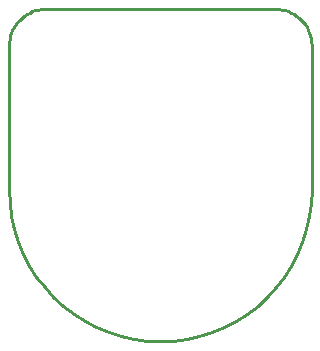
<source format=gbr>
G04 EAGLE Gerber RS-274X export*
G75*
%MOMM*%
%FSLAX34Y34*%
%LPD*%
%IN*%
%IPPOS*%
%AMOC8*
5,1,8,0,0,1.08239X$1,22.5*%
G01*
%ADD10C,0.000000*%
%ADD11C,0.254000*%


D10*
X256000Y128000D02*
X256000Y251000D01*
X255991Y251725D01*
X255965Y252449D01*
X255921Y253173D01*
X255860Y253895D01*
X255781Y254616D01*
X255685Y255335D01*
X255572Y256051D01*
X255441Y256764D01*
X255293Y257474D01*
X255128Y258179D01*
X254946Y258881D01*
X254747Y259578D01*
X254532Y260271D01*
X254299Y260957D01*
X254050Y261638D01*
X253785Y262313D01*
X253504Y262981D01*
X253206Y263642D01*
X252893Y264296D01*
X252564Y264942D01*
X252219Y265580D01*
X251859Y266209D01*
X251484Y266829D01*
X251094Y267440D01*
X250690Y268042D01*
X250271Y268634D01*
X249837Y269215D01*
X249390Y269786D01*
X248929Y270345D01*
X248455Y270894D01*
X247968Y271430D01*
X247468Y271955D01*
X246955Y272468D01*
X246430Y272968D01*
X245894Y273455D01*
X245345Y273929D01*
X244786Y274390D01*
X244215Y274837D01*
X243634Y275271D01*
X243042Y275690D01*
X242440Y276094D01*
X241829Y276484D01*
X241209Y276859D01*
X240580Y277219D01*
X239942Y277564D01*
X239296Y277893D01*
X238642Y278206D01*
X237981Y278504D01*
X237313Y278785D01*
X236638Y279050D01*
X235957Y279299D01*
X235271Y279532D01*
X234578Y279747D01*
X233881Y279946D01*
X233179Y280128D01*
X232474Y280293D01*
X231764Y280441D01*
X231051Y280572D01*
X230335Y280685D01*
X229616Y280781D01*
X228895Y280860D01*
X228173Y280921D01*
X227449Y280965D01*
X226725Y280991D01*
X226000Y281000D01*
X30000Y281000D01*
X29275Y280991D01*
X28551Y280965D01*
X27827Y280921D01*
X27105Y280860D01*
X26384Y280781D01*
X25665Y280685D01*
X24949Y280572D01*
X24236Y280441D01*
X23526Y280293D01*
X22821Y280128D01*
X22119Y279946D01*
X21422Y279747D01*
X20729Y279532D01*
X20043Y279299D01*
X19362Y279050D01*
X18687Y278785D01*
X18019Y278504D01*
X17358Y278206D01*
X16704Y277893D01*
X16058Y277564D01*
X15420Y277219D01*
X14791Y276859D01*
X14171Y276484D01*
X13560Y276094D01*
X12958Y275690D01*
X12366Y275271D01*
X11785Y274837D01*
X11214Y274390D01*
X10655Y273929D01*
X10106Y273455D01*
X9570Y272968D01*
X9045Y272468D01*
X8532Y271955D01*
X8032Y271430D01*
X7545Y270894D01*
X7071Y270345D01*
X6610Y269786D01*
X6163Y269215D01*
X5729Y268634D01*
X5310Y268042D01*
X4906Y267440D01*
X4516Y266829D01*
X4141Y266209D01*
X3781Y265580D01*
X3436Y264942D01*
X3107Y264296D01*
X2794Y263642D01*
X2496Y262981D01*
X2215Y262313D01*
X1950Y261638D01*
X1701Y260957D01*
X1468Y260271D01*
X1253Y259578D01*
X1054Y258881D01*
X872Y258179D01*
X707Y257474D01*
X559Y256764D01*
X428Y256051D01*
X315Y255335D01*
X219Y254616D01*
X140Y253895D01*
X79Y253173D01*
X35Y252449D01*
X9Y251725D01*
X0Y251000D01*
X0Y128000D01*
X37Y124907D01*
X149Y121816D01*
X336Y118728D01*
X598Y115646D01*
X933Y112571D01*
X1343Y109505D01*
X1827Y106450D01*
X2385Y103408D01*
X3016Y100380D01*
X3719Y97368D01*
X4496Y94373D01*
X5345Y91399D01*
X6265Y88446D01*
X7256Y85516D01*
X8318Y82611D01*
X9450Y79732D01*
X10651Y76881D01*
X11920Y74061D01*
X13257Y71271D01*
X14662Y68515D01*
X16132Y65794D01*
X17668Y63109D01*
X19268Y60462D01*
X20932Y57854D01*
X22658Y55288D01*
X24446Y52763D01*
X26294Y50283D01*
X28202Y47848D01*
X30168Y45460D01*
X32191Y43120D01*
X34270Y40830D01*
X36403Y38591D01*
X38591Y36403D01*
X40830Y34270D01*
X43120Y32191D01*
X45460Y30168D01*
X47848Y28202D01*
X50283Y26294D01*
X52763Y24446D01*
X55288Y22658D01*
X57854Y20932D01*
X60462Y19268D01*
X63109Y17668D01*
X65794Y16132D01*
X68515Y14662D01*
X71271Y13257D01*
X74061Y11920D01*
X76881Y10651D01*
X79732Y9450D01*
X82611Y8318D01*
X85516Y7256D01*
X88446Y6265D01*
X91399Y5345D01*
X94373Y4496D01*
X97368Y3719D01*
X100380Y3016D01*
X103408Y2385D01*
X106450Y1827D01*
X109505Y1343D01*
X112571Y933D01*
X115646Y598D01*
X118728Y336D01*
X121816Y149D01*
X124907Y37D01*
X128000Y0D01*
X131093Y37D01*
X134184Y149D01*
X137272Y336D01*
X140354Y598D01*
X143429Y933D01*
X146495Y1343D01*
X149550Y1827D01*
X152592Y2385D01*
X155620Y3016D01*
X158632Y3719D01*
X161627Y4496D01*
X164601Y5345D01*
X167554Y6265D01*
X170484Y7256D01*
X173389Y8318D01*
X176268Y9450D01*
X179119Y10651D01*
X181939Y11920D01*
X184729Y13257D01*
X187485Y14662D01*
X190206Y16132D01*
X192891Y17668D01*
X195538Y19268D01*
X198146Y20932D01*
X200712Y22658D01*
X203237Y24446D01*
X205717Y26294D01*
X208152Y28202D01*
X210540Y30168D01*
X212880Y32191D01*
X215170Y34270D01*
X217409Y36403D01*
X219597Y38591D01*
X221730Y40830D01*
X223809Y43120D01*
X225832Y45460D01*
X227798Y47848D01*
X229706Y50283D01*
X231554Y52763D01*
X233342Y55288D01*
X235068Y57854D01*
X236732Y60462D01*
X238332Y63109D01*
X239868Y65794D01*
X241338Y68515D01*
X242743Y71271D01*
X244080Y74061D01*
X245349Y76881D01*
X246550Y79732D01*
X247682Y82611D01*
X248744Y85516D01*
X249735Y88446D01*
X250655Y91399D01*
X251504Y94373D01*
X252281Y97368D01*
X252984Y100380D01*
X253615Y103408D01*
X254173Y106450D01*
X254657Y109505D01*
X255067Y112571D01*
X255402Y115646D01*
X255664Y118728D01*
X255851Y121816D01*
X255963Y124907D01*
X256000Y128000D01*
D11*
X0Y128000D02*
X487Y116844D01*
X1945Y105773D01*
X4362Y94871D01*
X7719Y84221D01*
X11993Y73905D01*
X17149Y64000D01*
X23149Y54582D01*
X29946Y45723D01*
X37490Y37490D01*
X45723Y29946D01*
X54582Y23149D01*
X64000Y17149D01*
X73905Y11993D01*
X84221Y7719D01*
X94871Y4362D01*
X105773Y1945D01*
X116844Y487D01*
X128000Y0D01*
X139156Y487D01*
X150227Y1945D01*
X161129Y4361D01*
X171779Y7719D01*
X182095Y11993D01*
X192000Y17149D01*
X201418Y23149D01*
X210277Y29946D01*
X218510Y37490D01*
X226054Y45723D01*
X232851Y54582D01*
X238851Y64000D01*
X244007Y73905D01*
X248281Y84221D01*
X251639Y94871D01*
X254055Y105773D01*
X255513Y116844D01*
X256000Y128000D01*
X256000Y251000D01*
X255886Y253615D01*
X255544Y256209D01*
X254978Y258765D01*
X254191Y261261D01*
X253189Y263679D01*
X251981Y266000D01*
X250575Y268207D01*
X248981Y270284D01*
X247213Y272213D01*
X245284Y273981D01*
X243207Y275575D01*
X241000Y276981D01*
X238679Y278189D01*
X236261Y279191D01*
X233765Y279978D01*
X231209Y280544D01*
X228615Y280886D01*
X226000Y281000D01*
X30000Y281000D01*
X27385Y280886D01*
X24791Y280544D01*
X22235Y279978D01*
X19739Y279191D01*
X17321Y278189D01*
X15000Y276981D01*
X12793Y275575D01*
X10716Y273981D01*
X8787Y272213D01*
X7019Y270284D01*
X5425Y268207D01*
X4019Y266000D01*
X2811Y263679D01*
X1809Y261261D01*
X1022Y258765D01*
X456Y256209D01*
X114Y253615D01*
X0Y251000D01*
X0Y128000D01*
M02*

</source>
